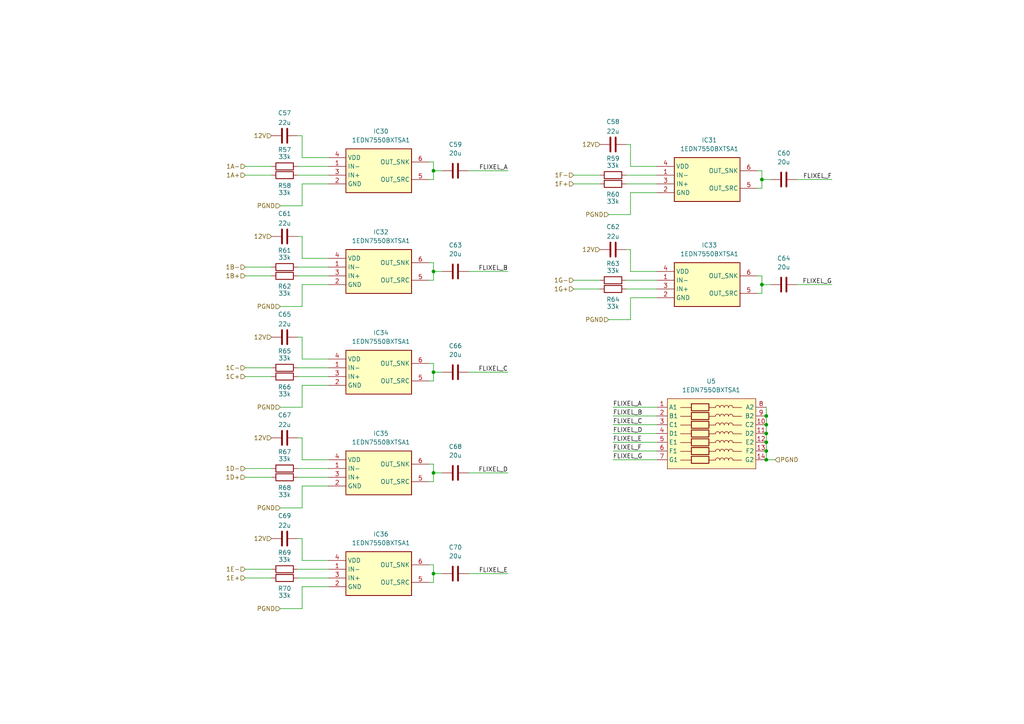
<source format=kicad_sch>
(kicad_sch (version 20250114) (generator "eeschema") (generator_version "9.0")
  (paper "A4")
  (lib_symbols
    (symbol "1EDN7550BXTSA1:1EDN7550BXTSA1"
      (property "Reference" "IC3" (at 15.24 7.62 0))
      (property "Value" "1EDN7550BXTSA1" (at 15.24 5.08 0))
      (symbol "1EDN7550BXTSA1_1_1"
        (rectangle (start 5.08 2.54) (end 24.13 -10.16) (stroke (width 0.254)) (fill (type background)))
        (pin bidirectional line (at 0 0 0) (length 5.08) (name "VDD") (number "4"))
        (pin bidirectional line (at 0 -2.54 0) (length 5.08) (name "IN-") (number "1"))
        (pin bidirectional line (at 0 -5.08 0) (length 5.08) (name "IN+") (number "3"))
        (pin bidirectional line (at 0 -7.62 0) (length 5.08) (name "GND") (number "2"))
        (pin output line (at 29.21 -1.27 180) (length 5.08) (name "OUT_SNK") (number "6"))
        (pin output line (at 29.21 -6.35 180) (length 5.08) (name "OUT_SRC") (number "5"))
      )
    )
    (symbol "Device:C" (pin_numbers (hide yes)) (pin_names (offset 0.254))
      (property "Reference" "C" (at 0.635 2.54 0))
      (property "Value" "C" (at 0.635 -2.54 0))
      (symbol "C_0_1"
        (polyline (pts (xy -2.032 0.762) (xy 2.032 0.762)) (stroke (width 0.508)))
        (polyline (pts (xy -2.032 -0.762) (xy 2.032 -0.762)) (stroke (width 0.508)))
      )
      (symbol "C_1_1"
        (pin passive line (at 0 3.81 270) (length 2.794) (name "~") (number "1"))
        (pin passive line (at 0 -3.81 90) (length 2.794) (name "~") (number "2"))
      )
    )
    (symbol "Device:R" (pin_numbers (hide yes)) (pin_names (offset 0))
      (property "Reference" "R" (at 2.032 0 90))
      (property "Value" "R" (at 0 0 90))
      (symbol "R_0_1"
        (rectangle (start -1.016 -2.54) (end 1.016 2.54) (stroke (width 0.254)))
      )
      (symbol "R_1_1"
        (pin passive line (at 0 3.81 270) (length 1.27) (name "~") (number "1"))
        (pin passive line (at 0 -3.81 90) (length 1.27) (name "~") (number "2"))
      )
    )
    (symbol "flipdot_7xarray:flipdot_7xarray"
      (property "Reference" "U1" (at -2.0107 3.7147 0))
      (property "Value" "~" (at -2.0107 1.1747 0))
      (symbol "flipdot_7xarray_0_1"
        (polyline (pts (xy -10.9259 -3.9053) (xy -7.7498 -3.9052)))
        (polyline (pts (xy -10.9259 -6.4453) (xy -7.7498 -6.4452)))
        (polyline (pts (xy -10.9259 -8.9853) (xy -7.7498 -8.9852)))
        (polyline (pts (xy -10.9259 -11.5253) (xy -7.7498 -11.5252)))
        (polyline (pts (xy -10.9259 -14.0653) (xy -7.7498 -14.0652)))
        (polyline (pts (xy -10.9259 -16.6053) (xy -7.7498 -16.6052)))
        (polyline (pts (xy -10.9259 -19.1453) (xy -7.7498 -19.1452)))
        (rectangle (start -7.7543 -2.8088) (end -2.6743 -4.8408) (stroke (width 0.254)))
        (rectangle (start -7.7543 -5.3488) (end -2.6743 -7.3808) (stroke (width 0.254)))
        (rectangle (start -7.7543 -7.8888) (end -2.6743 -9.9208) (stroke (width 0.254)))
        (rectangle (start -7.7543 -10.4288) (end -2.6743 -12.4608) (stroke (width 0.254)))
        (rectangle (start -7.7543 -12.9688) (end -2.6743 -15.0008) (stroke (width 0.254)))
        (rectangle (start -7.7543 -15.5088) (end -2.6743 -17.5408) (stroke (width 0.254)))
        (rectangle (start -7.7543 -18.0488) (end -2.6743 -20.0808) (stroke (width 0.254)))
        (polyline (pts (xy -2.6873 -3.911) (xy -0.7658 -3.8949)))
        (polyline (pts (xy -2.6873 -6.451) (xy -0.7658 -6.4349)))
        (polyline (pts (xy -2.6873 -8.991) (xy -0.7658 -8.9749)))
        (polyline (pts (xy -2.6873 -11.531) (xy -0.7658 -11.5149)))
        (polyline (pts (xy -2.6873 -14.071) (xy -0.7658 -14.0549)))
        (polyline (pts (xy -2.6873 -16.611) (xy -0.7658 -16.5949)))
        (polyline (pts (xy -2.6873 -19.151) (xy -0.7658 -19.1349)))
        (arc (start -0.7659 -3.9053) (mid -0.1309 -3.273) (end 0.5041 -3.9053))
        (arc (start -0.7659 -6.4453) (mid -0.1309 -5.813) (end 0.5041 -6.4453))
        (arc (start -0.7659 -8.9853) (mid -0.1309 -8.353) (end 0.5041 -8.9853))
        (arc (start -0.7659 -11.5253) (mid -0.1309 -10.893) (end 0.5041 -11.5253))
        (arc (start -0.7659 -14.0653) (mid -0.1309 -13.433) (end 0.5041 -14.0653))
        (arc (start -0.7659 -16.6053) (mid -0.1309 -15.973) (end 0.5041 -16.6053))
        (arc (start -0.7659 -19.1453) (mid -0.1309 -18.513) (end 0.5041 -19.1453))
        (arc (start 0.5041 -3.9053) (mid 1.1391 -3.273) (end 1.7741 -3.9053))
        (arc (start 0.5041 -6.4453) (mid 1.1391 -5.813) (end 1.7741 -6.4453))
        (arc (start 0.5041 -8.9853) (mid 1.1391 -8.353) (end 1.7741 -8.9853))
        (arc (start 0.5041 -11.5253) (mid 1.1391 -10.893) (end 1.7741 -11.5253))
        (arc (start 0.5041 -14.0653) (mid 1.1391 -13.433) (end 1.7741 -14.0653))
        (arc (start 0.5041 -16.6053) (mid 1.1391 -15.973) (end 1.7741 -16.6053))
        (arc (start 0.5041 -19.1453) (mid 1.1391 -18.513) (end 1.7741 -19.1453))
        (arc (start 1.7741 -3.9053) (mid 2.4091 -3.273) (end 3.0441 -3.9053))
        (arc (start 1.7741 -6.4453) (mid 2.4091 -5.813) (end 3.0441 -6.4453))
        (arc (start 1.7741 -8.9853) (mid 2.4091 -8.353) (end 3.0441 -8.9853))
        (arc (start 1.7741 -11.5253) (mid 2.4091 -10.893) (end 3.0441 -11.5253))
        (arc (start 1.7741 -14.0653) (mid 2.4091 -13.433) (end 3.0441 -14.0653))
        (arc (start 1.7741 -16.6053) (mid 2.4091 -15.973) (end 3.0441 -16.6053))
        (arc (start 1.7741 -19.1453) (mid 2.4091 -18.513) (end 3.0441 -19.1453))
        (arc (start 3.0441 -3.9053) (mid 3.6791 -3.273) (end 4.3141 -3.9053))
        (arc (start 3.0441 -6.4453) (mid 3.6791 -5.813) (end 4.3141 -6.4453))
        (arc (start 3.0441 -8.9853) (mid 3.6791 -8.353) (end 4.3141 -8.9853))
        (arc (start 3.0441 -11.5253) (mid 3.6791 -10.893) (end 4.3141 -11.5253))
        (arc (start 3.0441 -14.0653) (mid 3.6791 -13.433) (end 4.3141 -14.0653))
        (arc (start 3.0441 -16.6053) (mid 3.6791 -15.973) (end 4.3141 -16.6053))
        (arc (start 3.0441 -19.1453) (mid 3.6791 -18.513) (end 4.3141 -19.1453))
        (polyline (pts (xy 4.3141 -3.9053) (xy 6.8541 -3.9053)))
        (polyline (pts (xy 4.3141 -6.4453) (xy 6.8541 -6.4453)))
        (polyline (pts (xy 4.3141 -8.9853) (xy 6.8541 -8.9853)))
        (polyline (pts (xy 4.3141 -11.5253) (xy 6.8541 -11.5253)))
        (polyline (pts (xy 4.3141 -14.0653) (xy 6.8541 -14.0653)))
        (polyline (pts (xy 4.3141 -16.6053) (xy 6.8541 -16.6053)))
        (polyline (pts (xy 4.3141 -19.1453) (xy 6.8541 -19.1453)))
      )
      (symbol "flipdot_7xarray_1_1"
        (rectangle (start -14.7359 -1.3653) (end 10.9477 -21.6853) (fill (type background)))
        (pin passive line (at -17.78 -3.81 0) (length 3) (name "A1") (number "1"))
        (pin passive line (at -17.78 -6.35 0) (length 3) (name "B1") (number "2"))
        (pin passive line (at -17.78 -8.89 0) (length 3) (name "C1") (number "3"))
        (pin passive line (at -17.78 -11.43 0) (length 3) (name "D1") (number "4"))
        (pin passive line (at -17.78 -13.97 0) (length 3) (name "E1") (number "5"))
        (pin passive line (at -17.78 -16.51 0) (length 3) (name "F1") (number "6"))
        (pin passive line (at -17.78 -19.05 0) (length 3) (name "G1") (number "7"))
        (pin passive line (at 13.97 -3.81 180) (length 3) (name "A2") (number "8"))
        (pin passive line (at 13.97 -6.35 180) (length 3) (name "B2") (number "9"))
        (pin passive line (at 13.97 -8.89 180) (length 3) (name "C2") (number "10"))
        (pin passive line (at 13.97 -11.43 180) (length 3) (name "D2") (number "11"))
        (pin passive line (at 13.97 -13.97 180) (length 3) (name "E2") (number "12"))
        (pin passive line (at 13.97 -16.51 180) (length 3) (name "F2") (number "13"))
        (pin passive line (at 13.97 -19.05 180) (length 3) (name "G2") (number "14"))
      )
    )
  )
  (junction (at 222.25 128.27))
  (junction (at 125.73 166.37))
  (junction (at 222.25 130.81))
  (junction (at 125.73 137.16))
  (junction (at 125.73 107.95))
  (junction (at 222.25 125.73))
  (junction (at 125.73 49.53))
  (junction (at 220.98 82.55))
  (junction (at 222.25 120.65))
  (junction (at 222.25 123.19))
  (junction (at 220.98 52.07))
  (junction (at 125.73 78.74))
  (junction (at 222.25 133.35))
  (wire (pts (xy 182.88 86.36) (xy 182.88 92.71)))
  (wire (pts (xy 219.71 54.61) (xy 220.98 54.61)))
  (wire (pts (xy 219.71 49.53) (xy 220.98 49.53)))
  (wire (pts (xy 71.12 138.43) (xy 78.74 138.43)))
  (wire (pts (xy 86.36 135.89) (xy 95.25 135.89)))
  (wire (pts (xy 124.46 81.28) (xy 125.73 81.28)))
  (wire (pts (xy 176.53 62.23) (xy 182.88 62.23)))
  (wire (pts (xy 181.61 83.82) (xy 190.5 83.82)))
  (wire (pts (xy 124.46 76.2) (xy 125.73 76.2)))
  (wire (pts (xy 177.8 125.73) (xy 190.5 125.73)))
  (wire (pts (xy 125.73 46.99) (xy 125.73 49.53)))
  (wire (pts (xy 87.63 45.72) (xy 95.25 45.72)))
  (wire (pts (xy 71.12 135.89) (xy 78.74 135.89)))
  (wire (pts (xy 219.71 80.01) (xy 220.98 80.01)))
  (wire (pts (xy 135.89 49.53) (xy 147.32 49.53)))
  (wire (pts (xy 177.8 133.35) (xy 190.5 133.35)))
  (wire (pts (xy 86.36 109.22) (xy 95.25 109.22)))
  (wire (pts (xy 86.36 97.79) (xy 87.63 97.79)))
  (wire (pts (xy 135.89 78.74) (xy 147.32 78.74)))
  (wire (pts (xy 125.73 78.74) (xy 125.73 81.28)))
  (wire (pts (xy 220.98 80.01) (xy 220.98 82.55)))
  (wire (pts (xy 125.73 76.2) (xy 125.73 78.74)))
  (wire (pts (xy 190.5 86.36) (xy 182.88 86.36)))
  (wire (pts (xy 177.8 118.11) (xy 190.5 118.11)))
  (wire (pts (xy 95.25 82.55) (xy 87.63 82.55)))
  (wire (pts (xy 86.36 127) (xy 87.63 127)))
  (wire (pts (xy 87.63 39.37) (xy 87.63 45.72)))
  (wire (pts (xy 87.63 104.14) (xy 95.25 104.14)))
  (wire (pts (xy 86.36 138.43) (xy 95.25 138.43)))
  (wire (pts (xy 177.8 123.19) (xy 190.5 123.19)))
  (wire (pts (xy 125.73 134.62) (xy 125.73 137.16)))
  (wire (pts (xy 220.98 82.55) (xy 223.52 82.55)))
  (wire (pts (xy 87.63 170.18) (xy 87.63 176.53)))
  (wire (pts (xy 87.63 156.21) (xy 87.63 162.56)))
  (wire (pts (xy 220.98 52.07) (xy 223.52 52.07)))
  (wire (pts (xy 71.12 50.8) (xy 78.74 50.8)))
  (wire (pts (xy 87.63 97.79) (xy 87.63 104.14)))
  (wire (pts (xy 87.63 133.35) (xy 95.25 133.35)))
  (wire (pts (xy 182.88 55.88) (xy 182.88 62.23)))
  (wire (pts (xy 135.89 166.37) (xy 147.32 166.37)))
  (wire (pts (xy 181.61 72.39) (xy 182.88 72.39)))
  (wire (pts (xy 86.36 77.47) (xy 95.25 77.47)))
  (wire (pts (xy 182.88 41.91) (xy 182.88 48.26)))
  (wire (pts (xy 95.25 53.34) (xy 87.63 53.34)))
  (wire (pts (xy 125.73 163.83) (xy 125.73 166.37)))
  (wire (pts (xy 182.88 72.39) (xy 182.88 78.74)))
  (wire (pts (xy 81.28 176.53) (xy 87.63 176.53)))
  (wire (pts (xy 124.46 168.91) (xy 125.73 168.91)))
  (wire (pts (xy 86.36 48.26) (xy 95.25 48.26)))
  (wire (pts (xy 135.89 107.95) (xy 147.32 107.95)))
  (wire (pts (xy 177.8 128.27) (xy 190.5 128.27)))
  (wire (pts (xy 220.98 52.07) (xy 220.98 54.61)))
  (wire (pts (xy 222.25 125.73) (xy 222.25 128.27)))
  (wire (pts (xy 222.25 133.35) (xy 224.79 133.35)))
  (wire (pts (xy 125.73 78.74) (xy 128.27 78.74)))
  (wire (pts (xy 222.25 128.27) (xy 222.25 130.81)))
  (wire (pts (xy 124.46 163.83) (xy 125.73 163.83)))
  (wire (pts (xy 177.8 120.65) (xy 190.5 120.65)))
  (wire (pts (xy 81.28 88.9) (xy 87.63 88.9)))
  (wire (pts (xy 181.61 53.34) (xy 190.5 53.34)))
  (wire (pts (xy 95.25 111.76) (xy 87.63 111.76)))
  (wire (pts (xy 86.36 165.1) (xy 95.25 165.1)))
  (wire (pts (xy 222.25 123.19) (xy 222.25 125.73)))
  (wire (pts (xy 231.14 82.55) (xy 241.3 82.55)))
  (wire (pts (xy 86.36 68.58) (xy 87.63 68.58)))
  (wire (pts (xy 125.73 107.95) (xy 128.27 107.95)))
  (wire (pts (xy 231.14 52.07) (xy 241.3 52.07)))
  (wire (pts (xy 81.28 147.32) (xy 87.63 147.32)))
  (wire (pts (xy 87.63 162.56) (xy 95.25 162.56)))
  (wire (pts (xy 71.12 167.64) (xy 78.74 167.64)))
  (wire (pts (xy 176.53 92.71) (xy 182.88 92.71)))
  (wire (pts (xy 124.46 139.7) (xy 125.73 139.7)))
  (wire (pts (xy 220.98 82.55) (xy 220.98 85.09)))
  (wire (pts (xy 125.73 49.53) (xy 125.73 52.07)))
  (wire (pts (xy 166.37 81.28) (xy 173.99 81.28)))
  (wire (pts (xy 125.73 137.16) (xy 125.73 139.7)))
  (wire (pts (xy 71.12 109.22) (xy 78.74 109.22)))
  (wire (pts (xy 222.25 120.65) (xy 222.25 123.19)))
  (wire (pts (xy 86.36 39.37) (xy 87.63 39.37)))
  (wire (pts (xy 182.88 78.74) (xy 190.5 78.74)))
  (wire (pts (xy 166.37 50.8) (xy 173.99 50.8)))
  (wire (pts (xy 125.73 107.95) (xy 125.73 110.49)))
  (wire (pts (xy 125.73 166.37) (xy 125.73 168.91)))
  (wire (pts (xy 86.36 167.64) (xy 95.25 167.64)))
  (wire (pts (xy 125.73 49.53) (xy 128.27 49.53)))
  (wire (pts (xy 86.36 50.8) (xy 95.25 50.8)))
  (wire (pts (xy 135.89 137.16) (xy 147.32 137.16)))
  (wire (pts (xy 87.63 74.93) (xy 95.25 74.93)))
  (wire (pts (xy 124.46 52.07) (xy 125.73 52.07)))
  (wire (pts (xy 87.63 111.76) (xy 87.63 118.11)))
  (wire (pts (xy 190.5 55.88) (xy 182.88 55.88)))
  (wire (pts (xy 124.46 134.62) (xy 125.73 134.62)))
  (wire (pts (xy 219.71 85.09) (xy 220.98 85.09)))
  (wire (pts (xy 71.12 165.1) (xy 78.74 165.1)))
  (wire (pts (xy 125.73 166.37) (xy 128.27 166.37)))
  (wire (pts (xy 125.73 137.16) (xy 128.27 137.16)))
  (wire (pts (xy 81.28 118.11) (xy 87.63 118.11)))
  (wire (pts (xy 71.12 106.68) (xy 78.74 106.68)))
  (wire (pts (xy 177.8 130.81) (xy 190.5 130.81)))
  (wire (pts (xy 87.63 68.58) (xy 87.63 74.93)))
  (wire (pts (xy 222.25 130.81) (xy 222.25 133.35)))
  (wire (pts (xy 222.25 118.11) (xy 222.25 120.65)))
  (wire (pts (xy 86.36 106.68) (xy 95.25 106.68)))
  (wire (pts (xy 86.36 156.21) (xy 87.63 156.21)))
  (wire (pts (xy 71.12 77.47) (xy 78.74 77.47)))
  (wire (pts (xy 86.36 80.01) (xy 95.25 80.01)))
  (wire (pts (xy 71.12 80.01) (xy 78.74 80.01)))
  (wire (pts (xy 166.37 53.34) (xy 173.99 53.34)))
  (wire (pts (xy 87.63 140.97) (xy 87.63 147.32)))
  (wire (pts (xy 95.25 170.18) (xy 87.63 170.18)))
  (wire (pts (xy 124.46 105.41) (xy 125.73 105.41)))
  (wire (pts (xy 87.63 127) (xy 87.63 133.35)))
  (wire (pts (xy 166.37 83.82) (xy 173.99 83.82)))
  (wire (pts (xy 181.61 81.28) (xy 190.5 81.28)))
  (wire (pts (xy 87.63 53.34) (xy 87.63 59.69)))
  (wire (pts (xy 124.46 110.49) (xy 125.73 110.49)))
  (wire (pts (xy 181.61 41.91) (xy 182.88 41.91)))
  (wire (pts (xy 182.88 48.26) (xy 190.5 48.26)))
  (wire (pts (xy 124.46 46.99) (xy 125.73 46.99)))
  (wire (pts (xy 181.61 50.8) (xy 190.5 50.8)))
  (wire (pts (xy 220.98 49.53) (xy 220.98 52.07)))
  (wire (pts (xy 95.25 140.97) (xy 87.63 140.97)))
  (wire (pts (xy 87.63 82.55) (xy 87.63 88.9)))
  (wire (pts (xy 125.73 105.41) (xy 125.73 107.95)))
  (wire (pts (xy 81.28 59.69) (xy 87.63 59.69)))
  (wire (pts (xy 71.12 48.26) (xy 78.74 48.26)))
  (label "FLIXEL_C" (at 147.32 107.95 180))
  (label "FLIXEL_A" (at 177.8 118.11 0))
  (label "FLIXEL_F" (at 177.8 130.81 0))
  (label "FLIXEL_F" (at 241.3 52.07 180))
  (label "FLIXEL_E" (at 147.32 166.37 180))
  (label "FLIXEL_B" (at 147.32 78.74 180))
  (label "FLIXEL_G" (at 241.3 82.55 180))
  (label "FLIXEL_E" (at 177.8 128.27 0))
  (label "FLIXEL_C" (at 177.8 123.19 0))
  (label "FLIXEL_D" (at 147.32 137.16 180))
  (label "FLIXEL_A" (at 147.32 49.53 180))
  (label "FLIXEL_D" (at 177.8 125.73 0))
  (label "FLIXEL_B" (at 177.8 120.65 0))
  (label "FLIXEL_G" (at 177.8 133.35 0))
  (hierarchical_label "12V" (shape input) (at 78.74 68.58 180))
  (hierarchical_label "12V" (shape input) (at 78.74 127 180))
  (hierarchical_label "1A-" (shape input) (at 71.12 48.26 180))
  (hierarchical_label "PGND" (shape input) (at 81.28 88.9 180))
  (hierarchical_label "PGND" (shape input) (at 81.28 118.11 180))
  (hierarchical_label "1E+" (shape input) (at 71.12 167.64 180))
  (hierarchical_label "1B+" (shape input) (at 71.12 80.01 180))
  (hierarchical_label "12V" (shape input) (at 173.99 72.39 180))
  (hierarchical_label "1E-" (shape input) (at 71.12 165.1 180))
  (hierarchical_label "PGND" (shape input) (at 176.53 62.23 180))
  (hierarchical_label "PGND" (shape input) (at 81.28 147.32 180))
  (hierarchical_label "1G-" (shape input) (at 166.37 81.28 180))
  (hierarchical_label "12V" (shape input) (at 78.74 156.21 180))
  (hierarchical_label "PGND" (shape input) (at 224.79 133.35 0))
  (hierarchical_label "12V" (shape input) (at 78.74 39.37 180))
  (hierarchical_label "1D-" (shape input) (at 71.12 135.89 180))
  (hierarchical_label "1F+" (shape input) (at 166.37 53.34 180))
  (hierarchical_label "PGND" (shape input) (at 81.28 176.53 180))
  (hierarchical_label "1B-" (shape input) (at 71.12 77.47 180))
  (hierarchical_label "12V" (shape input) (at 78.74 97.79 180))
  (hierarchical_label "1C+" (shape input) (at 71.12 109.22 180))
  (hierarchical_label "1D+" (shape input) (at 71.12 138.43 180))
  (hierarchical_label "PGND" (shape input) (at 176.53 92.71 180))
  (hierarchical_label "1F-" (shape input) (at 166.37 50.8 180))
  (hierarchical_label "PGND" (shape input) (at 81.28 59.69 180))
  (hierarchical_label "12V" (shape input) (at 173.99 41.91 180))
  (hierarchical_label "1G+" (shape input) (at 166.37 83.82 180))
  (hierarchical_label "1A+" (shape input) (at 71.12 50.8 180))
  (hierarchical_label "1C-" (shape input) (at 71.12 106.68 180))
  (symbol (lib_id "Device:R") (at 177.8 53.34 270) (unit 1)
    (property "Reference" "R6" (at 177.8 56.388 90))
    (property "Value" "33k" (at 177.8 58.42 90))
    (property "Description" "Resistor" (effects (hide yes)))
    (instances (project "Ekraan_7x7" (path "" (reference "R60") (unit 1)) (path "" (reference "R32") (unit 1)) (path "" (reference "R46") (unit 1)) (path "" (reference "R74") (unit 1)) (path "" (reference "R88") (unit 1)) (path "" (reference "R10") (unit 1)) (path "" (reference "R6") (unit 1))))
  )
  (symbol (lib_id "Device:R") (at 82.55 48.26 270) (unit 1)
    (property "Reference" "R1" (at 82.55 43.434 90))
    (property "Value" "33k" (at 82.55 45.466 90))
    (property "Description" "Resistor" (effects (hide yes)))
    (instances (project "Ekraan_7x7" (path "" (reference "R57") (unit 1)) (path "" (reference "R29") (unit 1)) (path "" (reference "R43") (unit 1)) (path "" (reference "R71") (unit 1)) (path "" (reference "R85") (unit 1)) (path "" (reference "R3") (unit 1)) (path "" (reference "R1") (unit 1))))
  )
  (symbol (lib_id "Device:C") (at 227.33 52.07 90) (unit 1)
    (property "Reference" "C13" (at 227.33 44.45 90))
    (property "Value" "20u" (at 227.33 46.99 90))
    (property "Footprint" "Capacitor_SMD:C_0201_0603Metric" (effects (hide yes)))
    (property "Description" "Unpolarized capacitor" (effects (hide yes)))
    (instances (project "Ekraan_7x7" (path "" (reference "C60") (unit 1)) (path "" (reference "C32") (unit 1)) (path "" (reference "C46") (unit 1)) (path "" (reference "C74") (unit 1)) (path "" (reference "C88") (unit 1)) (path "" (reference "C4") (unit 1)) (path "" (reference "C13") (unit 1))))
  )
  (symbol (lib_id "Device:C") (at 82.55 68.58 90) (unit 1)
    (property "Reference" "C14" (at 82.55 61.976 90))
    (property "Value" "22u" (at 82.55 64.77 90))
    (property "Description" "Unpolarized capacitor" (effects (hide yes)))
    (instances (project "Ekraan_7x7" (path "" (reference "C61") (unit 1)) (path "" (reference "C33") (unit 1)) (path "" (reference "C47") (unit 1)) (path "" (reference "C75") (unit 1)) (path "" (reference "C89") (unit 1)) (path "" (reference "C5") (unit 1)) (path "" (reference "C14") (unit 1))))
  )
  (symbol (lib_id "Device:R") (at 82.55 77.47 270) (unit 1)
    (property "Reference" "R7" (at 82.55 72.644 90))
    (property "Value" "33k" (at 82.55 74.676 90))
    (property "Description" "Resistor" (effects (hide yes)))
    (instances (project "Ekraan_7x7" (path "" (reference "R61") (unit 1)) (path "" (reference "R33") (unit 1)) (path "" (reference "R47") (unit 1)) (path "" (reference "R75") (unit 1)) (path "" (reference "R89") (unit 1)) (path "" (reference "R11") (unit 1)) (path "" (reference "R7") (unit 1))))
  )
  (symbol (lib_id "1EDN7550BXTSA1:1EDN7550BXTSA1") (at 190.5 78.74 0) (unit 1)
    (property "Reference" "IC12" (at 205.74 71.12 0))
    (property "Value" "1EDN7550BXTSA1" (at 205.74 73.66 0))
    (property "Footprint" "SOT95P280X145-6N" (effects (hide yes)))
    (property "Datasheet" "https://www.infineon.com/cms/en/product/power/gate-driver-ics/?" (effects (hide yes)))
    (property "Description" "INFINEON - 1EDN7550BXTSA1 - MOSFET Driver, High Side, 4.5V to 20V Supply, 8A Out, 45ns Delay, SOT-23-6" (effects (hide yes)))
    (property "Height" "1.45" (effects (hide yes)))
    (property "Mouser Part Number" "726-1EDN7550BXTSA1" (effects (hide yes)))
    (property "Mouser Price/Stock" "https://www.mouser.co.uk/ProductDetail/Infineon-Technologies/1EDN7550BXTSA1?qs=55YtniHzbhAbvf50ccXD7g%3D%3D" (effects (hide yes)))
    (property "Manufacturer_Name" "Infineon" (effects (hide yes)))
    (property "Manufacturer_Part_Number" "1EDN7550BXTSA1" (effects (hide yes)))
    (instances (project "Ekraan_7x7" (path "" (reference "IC33") (unit 1)) (path "" (reference "IC19") (unit 1)) (path "" (reference "IC26") (unit 1)) (path "" (reference "IC40") (unit 1)) (path "" (reference "IC47") (unit 1)) (path "" (reference "IC8") (unit 1)) (path "" (reference "IC12") (unit 1))))
  )
  (symbol (lib_id "Device:R") (at 82.55 109.22 270) (unit 1)
    (property "Reference" "R24" (at 82.55 112.268 90))
    (property "Value" "33k" (at 82.55 114.3 90))
    (property "Description" "Resistor" (effects (hide yes)))
    (instances (project "Ekraan_7x7" (path "" (reference "R66") (unit 1)) (path "" (reference "R38") (unit 1)) (path "" (reference "R52") (unit 1)) (path "" (reference "R80") (unit 1)) (path "" (reference "R94") (unit 1)) (path "" (reference "R16") (unit 1)) (path "" (reference "R24") (unit 1))))
  )
  (symbol (lib_id "Device:C") (at 82.55 156.21 90) (unit 1)
    (property "Reference" "C27" (at 82.55 149.606 90))
    (property "Value" "22u" (at 82.55 152.4 90))
    (property "Description" "Unpolarized capacitor" (effects (hide yes)))
    (instances (project "Ekraan_7x7" (path "" (reference "C69") (unit 1)) (path "" (reference "C41") (unit 1)) (path "" (reference "C55") (unit 1)) (path "" (reference "C83") (unit 1)) (path "" (reference "C97") (unit 1)) (path "" (reference "C18") (unit 1)) (path "" (reference "C27") (unit 1))))
  )
  (symbol (lib_id "1EDN7550BXTSA1:1EDN7550BXTSA1") (at 95.25 133.35 0) (unit 1)
    (property "Reference" "IC14" (at 110.49 125.73 0))
    (property "Value" "1EDN7550BXTSA1" (at 110.49 128.27 0))
    (property "Footprint" "SOT95P280X145-6N" (effects (hide yes)))
    (property "Datasheet" "https://www.infineon.com/cms/en/product/power/gate-driver-ics/?" (effects (hide yes)))
    (property "Description" "INFINEON - 1EDN7550BXTSA1 - MOSFET Driver, High Side, 4.5V to 20V Supply, 8A Out, 45ns Delay, SOT-23-6" (effects (hide yes)))
    (property "Height" "1.45" (effects (hide yes)))
    (property "Mouser Part Number" "726-1EDN7550BXTSA1" (effects (hide yes)))
    (property "Mouser Price/Stock" "https://www.mouser.co.uk/ProductDetail/Infineon-Technologies/1EDN7550BXTSA1?qs=55YtniHzbhAbvf50ccXD7g%3D%3D" (effects (hide yes)))
    (property "Manufacturer_Name" "Infineon" (effects (hide yes)))
    (property "Manufacturer_Part_Number" "1EDN7550BXTSA1" (effects (hide yes)))
    (instances (project "Ekraan_7x7" (path "" (reference "IC35") (unit 1)) (path "" (reference "IC21") (unit 1)) (path "" (reference "IC28") (unit 1)) (path "" (reference "IC42") (unit 1)) (path "" (reference "IC49") (unit 1)) (path "" (reference "IC10") (unit 1)) (path "" (reference "IC14") (unit 1))))
  )
  (symbol (lib_id "Device:C") (at 132.08 166.37 90) (unit 1)
    (property "Reference" "C28" (at 132.08 158.75 90))
    (property "Value" "20u" (at 132.08 161.29 90))
    (property "Footprint" "Capacitor_SMD:C_0201_0603Metric" (effects (hide yes)))
    (property "Description" "Unpolarized capacitor" (effects (hide yes)))
    (instances (project "Ekraan_7x7" (path "" (reference "C70") (unit 1)) (path "" (reference "C42") (unit 1)) (path "" (reference "C56") (unit 1)) (path "" (reference "C84") (unit 1)) (path "" (reference "C98") (unit 1)) (path "" (reference "C19") (unit 1)) (path "" (reference "C28") (unit 1))))
  )
  (symbol (lib_id "1EDN7550BXTSA1:1EDN7550BXTSA1") (at 95.25 45.72 0) (unit 1)
    (property "Reference" "IC2" (at 110.49 38.1 0))
    (property "Value" "1EDN7550BXTSA1" (at 110.49 40.64 0))
    (property "Footprint" "SOT95P280X145-6N" (effects (hide yes)))
    (property "Datasheet" "https://www.infineon.com/cms/en/product/power/gate-driver-ics/?" (effects (hide yes)))
    (property "Description" "INFINEON - 1EDN7550BXTSA1 - MOSFET Driver, High Side, 4.5V to 20V Supply, 8A Out, 45ns Delay, SOT-23-6" (effects (hide yes)))
    (property "Height" "1.45" (effects (hide yes)))
    (property "Mouser Part Number" "726-1EDN7550BXTSA1" (effects (hide yes)))
    (property "Mouser Price/Stock" "https://www.mouser.co.uk/ProductDetail/Infineon-Technologies/1EDN7550BXTSA1?qs=55YtniHzbhAbvf50ccXD7g%3D%3D" (effects (hide yes)))
    (property "Manufacturer_Name" "Infineon" (effects (hide yes)))
    (property "Manufacturer_Part_Number" "1EDN7550BXTSA1" (effects (hide yes)))
    (instances (project "Ekraan_7x7" (path "" (reference "IC30") (unit 1)) (path "" (reference "IC16") (unit 1)) (path "" (reference "IC23") (unit 1)) (path "" (reference "IC37") (unit 1)) (path "" (reference "IC44") (unit 1)) (path "" (reference "IC3") (unit 1)) (path "" (reference "IC2") (unit 1))))
  )
  (symbol (lib_id "Device:C") (at 132.08 137.16 90) (unit 1)
    (property "Reference" "C26" (at 132.08 129.54 90))
    (property "Value" "20u" (at 132.08 132.08 90))
    (property "Footprint" "Capacitor_SMD:C_0201_0603Metric" (effects (hide yes)))
    (property "Description" "Unpolarized capacitor" (effects (hide yes)))
    (instances (project "Ekraan_7x7" (path "" (reference "C68") (unit 1)) (path "" (reference "C40") (unit 1)) (path "" (reference "C54") (unit 1)) (path "" (reference "C82") (unit 1)) (path "" (reference "C96") (unit 1)) (path "" (reference "C17") (unit 1)) (path "" (reference "C26") (unit 1))))
  )
  (symbol (lib_id "Device:R") (at 82.55 106.68 270) (unit 1)
    (property "Reference" "R23" (at 82.55 101.854 90))
    (property "Value" "33k" (at 82.55 103.886 90))
    (property "Description" "Resistor" (effects (hide yes)))
    (instances (project "Ekraan_7x7" (path "" (reference "R65") (unit 1)) (path "" (reference "R37") (unit 1)) (path "" (reference "R51") (unit 1)) (path "" (reference "R79") (unit 1)) (path "" (reference "R93") (unit 1)) (path "" (reference "R15") (unit 1)) (path "" (reference "R23") (unit 1))))
  )
  (symbol (lib_id "Device:C") (at 177.8 72.39 90) (unit 1)
    (property "Reference" "C20" (at 177.8 65.786 90))
    (property "Value" "22u" (at 177.8 68.58 90))
    (property "Description" "Unpolarized capacitor" (effects (hide yes)))
    (instances (project "Ekraan_7x7" (path "" (reference "C62") (unit 1)) (path "" (reference "C34") (unit 1)) (path "" (reference "C48") (unit 1)) (path "" (reference "C76") (unit 1)) (path "" (reference "C90") (unit 1)) (path "" (reference "C6") (unit 1)) (path "" (reference "C20") (unit 1))))
  )
  (symbol (lib_id "1EDN7550BXTSA1:1EDN7550BXTSA1") (at 95.25 162.56 0) (unit 1)
    (property "Reference" "IC15" (at 110.49 154.94 0))
    (property "Value" "1EDN7550BXTSA1" (at 110.49 157.48 0))
    (property "Footprint" "SOT95P280X145-6N" (effects (hide yes)))
    (property "Datasheet" "https://www.infineon.com/cms/en/product/power/gate-driver-ics/?" (effects (hide yes)))
    (property "Description" "INFINEON - 1EDN7550BXTSA1 - MOSFET Driver, High Side, 4.5V to 20V Supply, 8A Out, 45ns Delay, SOT-23-6" (effects (hide yes)))
    (property "Height" "1.45" (effects (hide yes)))
    (property "Mouser Part Number" "726-1EDN7550BXTSA1" (effects (hide yes)))
    (property "Mouser Price/Stock" "https://www.mouser.co.uk/ProductDetail/Infineon-Technologies/1EDN7550BXTSA1?qs=55YtniHzbhAbvf50ccXD7g%3D%3D" (effects (hide yes)))
    (property "Manufacturer_Name" "Infineon" (effects (hide yes)))
    (property "Manufacturer_Part_Number" "1EDN7550BXTSA1" (effects (hide yes)))
    (instances (project "Ekraan_7x7" (path "" (reference "IC36") (unit 1)) (path "" (reference "IC22") (unit 1)) (path "" (reference "IC29") (unit 1)) (path "" (reference "IC43") (unit 1)) (path "" (reference "IC50") (unit 1)) (path "" (reference "IC11") (unit 1)) (path "" (reference "IC15") (unit 1))))
  )
  (symbol (lib_id "flipdot_7xarray:flipdot_7xarray") (at 208.28 114.3 0) (unit 1)
    (property "Reference" "U2" (at 206.2693 110.5853 0))
    (property "Value" "1EDN7550BXTSA1" (at 206.2693 113.1253 0))
    (property "Footprint" "dot_flipper:7_flip_dots" (effects (hide yes)))
    (instances (project "Ekraan_7x7" (path "" (reference "U5") (unit 1)) (path "" (reference "U3") (unit 1)) (path "" (reference "U4") (unit 1)) (path "" (reference "U6") (unit 1)) (path "" (reference "U7") (unit 1)) (path "" (reference "U1") (unit 1)) (path "" (reference "U2") (unit 1))))
  )
  (symbol (lib_id "Device:C") (at 132.08 107.95 90) (unit 1)
    (property "Reference" "C24" (at 132.08 100.33 90))
    (property "Value" "20u" (at 132.08 102.87 90))
    (property "Footprint" "Capacitor_SMD:C_0201_0603Metric" (effects (hide yes)))
    (property "Description" "Unpolarized capacitor" (effects (hide yes)))
    (instances (project "Ekraan_7x7" (path "" (reference "C66") (unit 1)) (path "" (reference "C38") (unit 1)) (path "" (reference "C52") (unit 1)) (path "" (reference "C80") (unit 1)) (path "" (reference "C94") (unit 1)) (path "" (reference "C15") (unit 1)) (path "" (reference "C24") (unit 1))))
  )
  (symbol (lib_id "Device:C") (at 132.08 78.74 90) (unit 1)
    (property "Reference" "C21" (at 132.08 71.12 90))
    (property "Value" "20u" (at 132.08 73.66 90))
    (property "Footprint" "Capacitor_SMD:C_0201_0603Metric" (effects (hide yes)))
    (property "Description" "Unpolarized capacitor" (effects (hide yes)))
    (instances (project "Ekraan_7x7" (path "" (reference "C63") (unit 1)) (path "" (reference "C35") (unit 1)) (path "" (reference "C49") (unit 1)) (path "" (reference "C77") (unit 1)) (path "" (reference "C91") (unit 1)) (path "" (reference "C7") (unit 1)) (path "" (reference "C21") (unit 1))))
  )
  (symbol (lib_id "1EDN7550BXTSA1:1EDN7550BXTSA1") (at 190.5 48.26 0) (unit 1)
    (property "Reference" "IC4" (at 205.74 40.64 0))
    (property "Value" "1EDN7550BXTSA1" (at 205.74 43.18 0))
    (property "Footprint" "SOT95P280X145-6N" (effects (hide yes)))
    (property "Datasheet" "https://www.infineon.com/cms/en/product/power/gate-driver-ics/?" (effects (hide yes)))
    (property "Description" "INFINEON - 1EDN7550BXTSA1 - MOSFET Driver, High Side, 4.5V to 20V Supply, 8A Out, 45ns Delay, SOT-23-6" (effects (hide yes)))
    (property "Height" "1.45" (effects (hide yes)))
    (property "Mouser Part Number" "726-1EDN7550BXTSA1" (effects (hide yes)))
    (property "Mouser Price/Stock" "https://www.mouser.co.uk/ProductDetail/Infineon-Technologies/1EDN7550BXTSA1?qs=55YtniHzbhAbvf50ccXD7g%3D%3D" (effects (hide yes)))
    (property "Manufacturer_Name" "Infineon" (effects (hide yes)))
    (property "Manufacturer_Part_Number" "1EDN7550BXTSA1" (effects (hide yes)))
    (instances (project "Ekraan_7x7" (path "" (reference "IC31") (unit 1)) (path "" (reference "IC17") (unit 1)) (path "" (reference "IC24") (unit 1)) (path "" (reference "IC38") (unit 1)) (path "" (reference "IC45") (unit 1)) (path "" (reference "IC6") (unit 1)) (path "" (reference "IC4") (unit 1))))
  )
  (symbol (lib_id "Device:R") (at 177.8 50.8 270) (unit 1)
    (property "Reference" "R5" (at 177.8 45.974 90))
    (property "Value" "33k" (at 177.8 48.006 90))
    (property "Description" "Resistor" (effects (hide yes)))
    (instances (project "Ekraan_7x7" (path "" (reference "R59") (unit 1)) (path "" (reference "R31") (unit 1)) (path "" (reference "R45") (unit 1)) (path "" (reference "R73") (unit 1)) (path "" (reference "R87") (unit 1)) (path "" (reference "R9") (unit 1)) (path "" (reference "R5") (unit 1))))
  )
  (symbol (lib_id "Device:R") (at 82.55 50.8 270) (unit 1)
    (property "Reference" "R2" (at 82.55 53.848 90))
    (property "Value" "33k" (at 82.55 55.88 90))
    (property "Description" "Resistor" (effects (hide yes)))
    (instances (project "Ekraan_7x7" (path "" (reference "R58") (unit 1)) (path "" (reference "R30") (unit 1)) (path "" (reference "R44") (unit 1)) (path "" (reference "R72") (unit 1)) (path "" (reference "R86") (unit 1)) (path "" (reference "R4") (unit 1)) (path "" (reference "R2") (unit 1))))
  )
  (symbol (lib_id "1EDN7550BXTSA1:1EDN7550BXTSA1") (at 95.25 74.93 0) (unit 1)
    (property "Reference" "IC5" (at 110.49 67.31 0))
    (property "Value" "1EDN7550BXTSA1" (at 110.49 69.85 0))
    (property "Footprint" "SOT95P280X145-6N" (effects (hide yes)))
    (property "Datasheet" "https://www.infineon.com/cms/en/product/power/gate-driver-ics/?" (effects (hide yes)))
    (property "Description" "INFINEON - 1EDN7550BXTSA1 - MOSFET Driver, High Side, 4.5V to 20V Supply, 8A Out, 45ns Delay, SOT-23-6" (effects (hide yes)))
    (property "Height" "1.45" (effects (hide yes)))
    (property "Mouser Part Number" "726-1EDN7550BXTSA1" (effects (hide yes)))
    (property "Mouser Price/Stock" "https://www.mouser.co.uk/ProductDetail/Infineon-Technologies/1EDN7550BXTSA1?qs=55YtniHzbhAbvf50ccXD7g%3D%3D" (effects (hide yes)))
    (property "Manufacturer_Name" "Infineon" (effects (hide yes)))
    (property "Manufacturer_Part_Number" "1EDN7550BXTSA1" (effects (hide yes)))
    (instances (project "Ekraan_7x7" (path "" (reference "IC32") (unit 1)) (path "" (reference "IC18") (unit 1)) (path "" (reference "IC25") (unit 1)) (path "" (reference "IC39") (unit 1)) (path "" (reference "IC46") (unit 1)) (path "" (reference "IC7") (unit 1)) (path "" (reference "IC5") (unit 1))))
  )
  (symbol (lib_id "Device:R") (at 82.55 165.1 270) (unit 1)
    (property "Reference" "R27" (at 82.55 160.274 90))
    (property "Value" "33k" (at 82.55 162.306 90))
    (property "Description" "Resistor" (effects (hide yes)))
    (instances (project "Ekraan_7x7" (path "" (reference "R69") (unit 1)) (path "" (reference "R41") (unit 1)) (path "" (reference "R55") (unit 1)) (path "" (reference "R83") (unit 1)) (path "" (reference "R97") (unit 1)) (path "" (reference "R19") (unit 1)) (path "" (reference "R27") (unit 1))))
  )
  (symbol (lib_id "Device:R") (at 82.55 167.64 270) (unit 1)
    (property "Reference" "R28" (at 82.55 170.688 90))
    (property "Value" "33k" (at 82.55 172.72 90))
    (property "Description" "Resistor" (effects (hide yes)))
    (instances (project "Ekraan_7x7" (path "" (reference "R70") (unit 1)) (path "" (reference "R42") (unit 1)) (path "" (reference "R56") (unit 1)) (path "" (reference "R84") (unit 1)) (path "" (reference "R98") (unit 1)) (path "" (reference "R20") (unit 1)) (path "" (reference "R28") (unit 1))))
  )
  (symbol (lib_id "Device:C") (at 132.08 49.53 90) (unit 1)
    (property "Reference" "C12" (at 132.08 41.91 90))
    (property "Value" "20u" (at 132.08 44.45 90))
    (property "Footprint" "Capacitor_SMD:C_0201_0603Metric" (effects (hide yes)))
    (property "Description" "Unpolarized capacitor" (effects (hide yes)))
    (instances (project "Ekraan_7x7" (path "" (reference "C59") (unit 1)) (path "" (reference "C31") (unit 1)) (path "" (reference "C45") (unit 1)) (path "" (reference "C73") (unit 1)) (path "" (reference "C87") (unit 1)) (path "" (reference "C3") (unit 1)) (path "" (reference "C12") (unit 1))))
  )
  (symbol (lib_id "Device:C") (at 227.33 82.55 90) (unit 1)
    (property "Reference" "C22" (at 227.33 74.93 90))
    (property "Value" "20u" (at 227.33 77.47 90))
    (property "Footprint" "Capacitor_SMD:C_0201_0603Metric" (effects (hide yes)))
    (property "Description" "Unpolarized capacitor" (effects (hide yes)))
    (instances (project "Ekraan_7x7" (path "" (reference "C64") (unit 1)) (path "" (reference "C36") (unit 1)) (path "" (reference "C50") (unit 1)) (path "" (reference "C78") (unit 1)) (path "" (reference "C92") (unit 1)) (path "" (reference "C8") (unit 1)) (path "" (reference "C22") (unit 1))))
  )
  (symbol (lib_id "1EDN7550BXTSA1:1EDN7550BXTSA1") (at 95.25 104.14 0) (unit 1)
    (property "Reference" "IC13" (at 110.49 96.52 0))
    (property "Value" "1EDN7550BXTSA1" (at 110.49 99.06 0))
    (property "Footprint" "SOT95P280X145-6N" (effects (hide yes)))
    (property "Datasheet" "https://www.infineon.com/cms/en/product/power/gate-driver-ics/?" (effects (hide yes)))
    (property "Description" "INFINEON - 1EDN7550BXTSA1 - MOSFET Driver, High Side, 4.5V to 20V Supply, 8A Out, 45ns Delay, SOT-23-6" (effects (hide yes)))
    (property "Height" "1.45" (effects (hide yes)))
    (property "Mouser Part Number" "726-1EDN7550BXTSA1" (effects (hide yes)))
    (property "Mouser Price/Stock" "https://www.mouser.co.uk/ProductDetail/Infineon-Technologies/1EDN7550BXTSA1?qs=55YtniHzbhAbvf50ccXD7g%3D%3D" (effects (hide yes)))
    (property "Manufacturer_Name" "Infineon" (effects (hide yes)))
    (property "Manufacturer_Part_Number" "1EDN7550BXTSA1" (effects (hide yes)))
    (instances (project "Ekraan_7x7" (path "" (reference "IC34") (unit 1)) (path "" (reference "IC20") (unit 1)) (path "" (reference "IC27") (unit 1)) (path "" (reference "IC41") (unit 1)) (path "" (reference "IC48") (unit 1)) (path "" (reference "IC9") (unit 1)) (path "" (reference "IC13") (unit 1))))
  )
  (symbol (lib_id "Device:C") (at 177.8 41.91 90) (unit 1)
    (property "Reference" "C11" (at 177.8 35.306 90))
    (property "Value" "22u" (at 177.8 38.1 90))
    (property "Description" "Unpolarized capacitor" (effects (hide yes)))
    (instances (project "Ekraan_7x7" (path "" (reference "C58") (unit 1)) (path "" (reference "C30") (unit 1)) (path "" (reference "C44") (unit 1)) (path "" (reference "C72") (unit 1)) (path "" (reference "C86") (unit 1)) (path "" (reference "C2") (unit 1)) (path "" (reference "C11") (unit 1))))
  )
  (symbol (lib_id "Device:C") (at 82.55 127 90) (unit 1)
    (property "Reference" "C25" (at 82.55 120.396 90))
    (property "Value" "22u" (at 82.55 123.19 90))
    (property "Description" "Unpolarized capacitor" (effects (hide yes)))
    (instances (project "Ekraan_7x7" (path "" (reference "C67") (unit 1)) (path "" (reference "C39") (unit 1)) (path "" (reference "C53") (unit 1)) (path "" (reference "C81") (unit 1)) (path "" (reference "C95") (unit 1)) (path "" (reference "C16") (unit 1)) (path "" (reference "C25") (unit 1))))
  )
  (symbol (lib_id "Device:R") (at 82.55 135.89 270) (unit 1)
    (property "Reference" "R25" (at 82.55 131.064 90))
    (property "Value" "33k" (at 82.55 133.096 90))
    (property "Description" "Resistor" (effects (hide yes)))
    (instances (project "Ekraan_7x7" (path "" (reference "R67") (unit 1)) (path "" (reference "R39") (unit 1)) (path "" (reference "R53") (unit 1)) (path "" (reference "R81") (unit 1)) (path "" (reference "R95") (unit 1)) (path "" (reference "R17") (unit 1)) (path "" (reference "R25") (unit 1))))
  )
  (symbol (lib_id "Device:R") (at 82.55 138.43 270) (unit 1)
    (property "Reference" "R26" (at 82.55 141.478 90))
    (property "Value" "33k" (at 82.55 143.51 90))
    (property "Description" "Resistor" (effects (hide yes)))
    (instances (project "Ekraan_7x7" (path "" (reference "R68") (unit 1)) (path "" (reference "R40") (unit 1)) (path "" (reference "R54") (unit 1)) (path "" (reference "R82") (unit 1)) (path "" (reference "R96") (unit 1)) (path "" (reference "R18") (unit 1)) (path "" (reference "R26") (unit 1))))
  )
  (symbol (lib_id "Device:C") (at 82.55 39.37 90) (unit 1)
    (property "Reference" "C10" (at 82.55 32.766 90))
    (property "Value" "22u" (at 82.55 35.56 90))
    (property "Description" "Unpolarized capacitor" (effects (hide yes)))
    (instances (project "Ekraan_7x7" (path "" (reference "C57") (unit 1)) (path "" (reference "C29") (unit 1)) (path "" (reference "C43") (unit 1)) (path "" (reference "C71") (unit 1)) (path "" (reference "C85") (unit 1)) (path "" (reference "C1") (unit 1)) (path "" (reference "C10") (unit 1))))
  )
  (symbol (lib_id "Device:C") (at 82.55 97.79 90) (unit 1)
    (property "Reference" "C23" (at 82.55 91.186 90))
    (property "Value" "22u" (at 82.55 93.98 90))
    (property "Description" "Unpolarized capacitor" (effects (hide yes)))
    (instances (project "Ekraan_7x7" (path "" (reference "C65") (unit 1)) (path "" (reference "C37") (unit 1)) (path "" (reference "C51") (unit 1)) (path "" (reference "C79") (unit 1)) (path "" (reference "C93") (unit 1)) (path "" (reference "C9") (unit 1)) (path "" (reference "C23") (unit 1))))
  )
  (symbol (lib_id "Device:R") (at 177.8 83.82 270) (unit 1)
    (property "Reference" "R22" (at 177.8 86.868 90))
    (property "Value" "33k" (at 177.8 88.9 90))
    (property "Description" "Resistor" (effects (hide yes)))
    (instances (project "Ekraan_7x7" (path "" (reference "R64") (unit 1)) (path "" (reference "R36") (unit 1)) (path "" (reference "R50") (unit 1)) (path "" (reference "R78") (unit 1)) (path "" (reference "R92") (unit 1)) (path "" (reference "R14") (unit 1)) (path "" (reference "R22") (unit 1))))
  )
  (symbol (lib_id "Device:R") (at 82.55 80.01 270) (unit 1)
    (property "Reference" "R8" (at 82.55 83.058 90))
    (property "Value" "33k" (at 82.55 85.09 90))
    (property "Description" "Resistor" (effects (hide yes)))
    (instances (project "Ekraan_7x7" (path "" (reference "R62") (unit 1)) (path "" (reference "R34") (unit 1)) (path "" (reference "R48") (unit 1)) (path "" (reference "R76") (unit 1)) (path "" (reference "R90") (unit 1)) (path "" (reference "R12") (unit 1)) (path "" (reference "R8") (unit 1))))
  )
  (symbol (lib_id "Device:R") (at 177.8 81.28 270) (unit 1)
    (property "Reference" "R21" (at 177.8 76.454 90))
    (property "Value" "33k" (at 177.8 78.486 90))
    (property "Description" "Resistor" (effects (hide yes)))
    (instances (project "Ekraan_7x7" (path "" (reference "R63") (unit 1)) (path "" (reference "R35") (unit 1)) (path "" (reference "R49") (unit 1)) (path "" (reference "R77") (unit 1)) (path "" (reference "R91") (unit 1)) (path "" (reference "R13") (unit 1)) (path "" (reference "R21") (unit 1))))
  )
)
</source>
